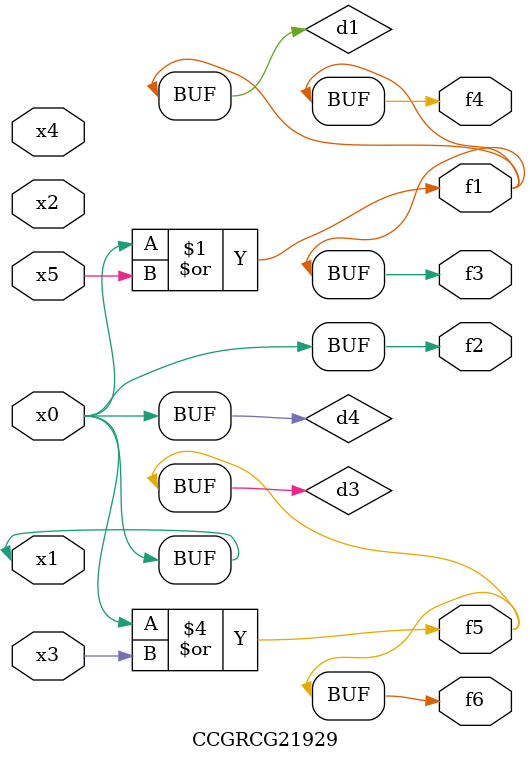
<source format=v>
module CCGRCG21929(
	input x0, x1, x2, x3, x4, x5,
	output f1, f2, f3, f4, f5, f6
);

	wire d1, d2, d3, d4;

	or (d1, x0, x5);
	xnor (d2, x1, x4);
	or (d3, x0, x3);
	buf (d4, x0, x1);
	assign f1 = d1;
	assign f2 = d4;
	assign f3 = d1;
	assign f4 = d1;
	assign f5 = d3;
	assign f6 = d3;
endmodule

</source>
